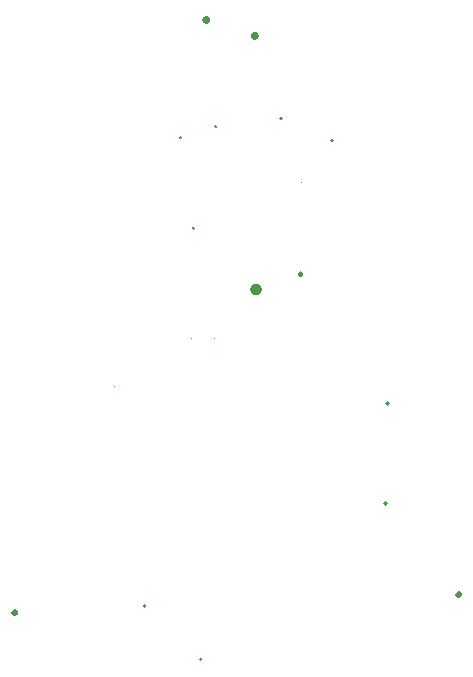
<source format=gbr>
%TF.GenerationSoftware,KiCad,Pcbnew,9.0.0*%
%TF.CreationDate,2025-03-19T22:59:48-05:00*%
%TF.ProjectId,opu_driver,6f70755f-6472-4697-9665-722e6b696361,rev?*%
%TF.SameCoordinates,Original*%
%TF.FileFunction,Other,Comment*%
%FSLAX46Y46*%
G04 Gerber Fmt 4.6, Leading zero omitted, Abs format (unit mm)*
G04 Created by KiCad (PCBNEW 9.0.0) date 2025-03-19 22:59:48*
%MOMM*%
%LPD*%
G01*
G04 APERTURE LIST*
%ADD10C,0.000250*%
%ADD11C,0.150000*%
%ADD12C,0.250000*%
%ADD13C,0.300000*%
%ADD14C,0.350000*%
%ADD15C,0.200000*%
%ADD16C,0.500000*%
%ADD17C,0.100000*%
G04 APERTURE END LIST*
D10*
X49445519Y-134571509D02*
X49445567Y-134571557D01*
X49445567Y-134571557D02*
X49445614Y-134571699D01*
X49445614Y-134571699D02*
X49445614Y-134571795D01*
X49445614Y-134571795D02*
X49445567Y-134571938D01*
X49445567Y-134571938D02*
X49445471Y-134572033D01*
X49445471Y-134572033D02*
X49445376Y-134572080D01*
X49445376Y-134572080D02*
X49445186Y-134572128D01*
X49445186Y-134572128D02*
X49445043Y-134572128D01*
X49445043Y-134572128D02*
X49444852Y-134572080D01*
X49444852Y-134572080D02*
X49444757Y-134572033D01*
X49444757Y-134572033D02*
X49444662Y-134571938D01*
X49444662Y-134571938D02*
X49444614Y-134571795D01*
X49444614Y-134571795D02*
X49444614Y-134571699D01*
X49444614Y-134571699D02*
X49444662Y-134571557D01*
X49444662Y-134571557D02*
X49444709Y-134571509D01*
X49445614Y-134571080D02*
X49444947Y-134571080D01*
X49444614Y-134571080D02*
X49444662Y-134571128D01*
X49444662Y-134571128D02*
X49444709Y-134571080D01*
X49444709Y-134571080D02*
X49444662Y-134571033D01*
X49444662Y-134571033D02*
X49444614Y-134571080D01*
X49444614Y-134571080D02*
X49444709Y-134571080D01*
X49445614Y-134570604D02*
X49444947Y-134570604D01*
X49445138Y-134570604D02*
X49445043Y-134570557D01*
X49445043Y-134570557D02*
X49444995Y-134570509D01*
X49444995Y-134570509D02*
X49444947Y-134570414D01*
X49444947Y-134570414D02*
X49444947Y-134570319D01*
X49445567Y-134569557D02*
X49445614Y-134569652D01*
X49445614Y-134569652D02*
X49445614Y-134569843D01*
X49445614Y-134569843D02*
X49445567Y-134569938D01*
X49445567Y-134569938D02*
X49445519Y-134569985D01*
X49445519Y-134569985D02*
X49445424Y-134570033D01*
X49445424Y-134570033D02*
X49445138Y-134570033D01*
X49445138Y-134570033D02*
X49445043Y-134569985D01*
X49445043Y-134569985D02*
X49444995Y-134569938D01*
X49444995Y-134569938D02*
X49444947Y-134569843D01*
X49444947Y-134569843D02*
X49444947Y-134569652D01*
X49444947Y-134569652D02*
X49444995Y-134569557D01*
X49445614Y-134568986D02*
X49445567Y-134569081D01*
X49445567Y-134569081D02*
X49445471Y-134569128D01*
X49445471Y-134569128D02*
X49444614Y-134569128D01*
X49445567Y-134568223D02*
X49445614Y-134568319D01*
X49445614Y-134568319D02*
X49445614Y-134568509D01*
X49445614Y-134568509D02*
X49445567Y-134568604D01*
X49445567Y-134568604D02*
X49445471Y-134568652D01*
X49445471Y-134568652D02*
X49445090Y-134568652D01*
X49445090Y-134568652D02*
X49444995Y-134568604D01*
X49444995Y-134568604D02*
X49444947Y-134568509D01*
X49444947Y-134568509D02*
X49444947Y-134568319D01*
X49444947Y-134568319D02*
X49444995Y-134568223D01*
X49444995Y-134568223D02*
X49445090Y-134568176D01*
X49445090Y-134568176D02*
X49445186Y-134568176D01*
X49445186Y-134568176D02*
X49445281Y-134568652D01*
X49445995Y-134566700D02*
X49445947Y-134566747D01*
X49445947Y-134566747D02*
X49445805Y-134566843D01*
X49445805Y-134566843D02*
X49445709Y-134566890D01*
X49445709Y-134566890D02*
X49445567Y-134566938D01*
X49445567Y-134566938D02*
X49445328Y-134566985D01*
X49445328Y-134566985D02*
X49445138Y-134566985D01*
X49445138Y-134566985D02*
X49444900Y-134566938D01*
X49444900Y-134566938D02*
X49444757Y-134566890D01*
X49444757Y-134566890D02*
X49444662Y-134566843D01*
X49444662Y-134566843D02*
X49444519Y-134566747D01*
X49444519Y-134566747D02*
X49444471Y-134566700D01*
X49445614Y-134566318D02*
X49444614Y-134566318D01*
X49444614Y-134566318D02*
X49444614Y-134566080D01*
X49444614Y-134566080D02*
X49444662Y-134565937D01*
X49444662Y-134565937D02*
X49444757Y-134565842D01*
X49444757Y-134565842D02*
X49444852Y-134565795D01*
X49444852Y-134565795D02*
X49445043Y-134565747D01*
X49445043Y-134565747D02*
X49445186Y-134565747D01*
X49445186Y-134565747D02*
X49445376Y-134565795D01*
X49445376Y-134565795D02*
X49445471Y-134565842D01*
X49445471Y-134565842D02*
X49445567Y-134565937D01*
X49445567Y-134565937D02*
X49445614Y-134566080D01*
X49445614Y-134566080D02*
X49445614Y-134566318D01*
X49445614Y-134565318D02*
X49444947Y-134565318D01*
X49444614Y-134565318D02*
X49444662Y-134565366D01*
X49444662Y-134565366D02*
X49444709Y-134565318D01*
X49444709Y-134565318D02*
X49444662Y-134565271D01*
X49444662Y-134565271D02*
X49444614Y-134565318D01*
X49444614Y-134565318D02*
X49444709Y-134565318D01*
X49445614Y-134564414D02*
X49445090Y-134564414D01*
X49445090Y-134564414D02*
X49444995Y-134564461D01*
X49444995Y-134564461D02*
X49444947Y-134564557D01*
X49444947Y-134564557D02*
X49444947Y-134564747D01*
X49444947Y-134564747D02*
X49444995Y-134564842D01*
X49445567Y-134564414D02*
X49445614Y-134564509D01*
X49445614Y-134564509D02*
X49445614Y-134564747D01*
X49445614Y-134564747D02*
X49445567Y-134564842D01*
X49445567Y-134564842D02*
X49445471Y-134564890D01*
X49445471Y-134564890D02*
X49445376Y-134564890D01*
X49445376Y-134564890D02*
X49445281Y-134564842D01*
X49445281Y-134564842D02*
X49445233Y-134564747D01*
X49445233Y-134564747D02*
X49445233Y-134564509D01*
X49445233Y-134564509D02*
X49445186Y-134564414D01*
X49444614Y-134562985D02*
X49444614Y-134562890D01*
X49444614Y-134562890D02*
X49444662Y-134562794D01*
X49444662Y-134562794D02*
X49444709Y-134562747D01*
X49444709Y-134562747D02*
X49444805Y-134562699D01*
X49444805Y-134562699D02*
X49444995Y-134562652D01*
X49444995Y-134562652D02*
X49445233Y-134562652D01*
X49445233Y-134562652D02*
X49445424Y-134562699D01*
X49445424Y-134562699D02*
X49445519Y-134562747D01*
X49445519Y-134562747D02*
X49445567Y-134562794D01*
X49445567Y-134562794D02*
X49445614Y-134562890D01*
X49445614Y-134562890D02*
X49445614Y-134562985D01*
X49445614Y-134562985D02*
X49445567Y-134563080D01*
X49445567Y-134563080D02*
X49445519Y-134563128D01*
X49445519Y-134563128D02*
X49445424Y-134563175D01*
X49445424Y-134563175D02*
X49445233Y-134563223D01*
X49445233Y-134563223D02*
X49444995Y-134563223D01*
X49444995Y-134563223D02*
X49444805Y-134563175D01*
X49444805Y-134563175D02*
X49444709Y-134563128D01*
X49444709Y-134563128D02*
X49444662Y-134563080D01*
X49444662Y-134563080D02*
X49444614Y-134562985D01*
X49445519Y-134562223D02*
X49445567Y-134562176D01*
X49445567Y-134562176D02*
X49445614Y-134562223D01*
X49445614Y-134562223D02*
X49445567Y-134562271D01*
X49445567Y-134562271D02*
X49445519Y-134562223D01*
X49445519Y-134562223D02*
X49445614Y-134562223D01*
X49444709Y-134561795D02*
X49444662Y-134561747D01*
X49444662Y-134561747D02*
X49444614Y-134561652D01*
X49444614Y-134561652D02*
X49444614Y-134561414D01*
X49444614Y-134561414D02*
X49444662Y-134561319D01*
X49444662Y-134561319D02*
X49444709Y-134561271D01*
X49444709Y-134561271D02*
X49444805Y-134561224D01*
X49444805Y-134561224D02*
X49444900Y-134561224D01*
X49444900Y-134561224D02*
X49445043Y-134561271D01*
X49445043Y-134561271D02*
X49445614Y-134561843D01*
X49445614Y-134561843D02*
X49445614Y-134561224D01*
X49444614Y-134560891D02*
X49444614Y-134560272D01*
X49444614Y-134560272D02*
X49444995Y-134560605D01*
X49444995Y-134560605D02*
X49444995Y-134560462D01*
X49444995Y-134560462D02*
X49445043Y-134560367D01*
X49445043Y-134560367D02*
X49445090Y-134560319D01*
X49445090Y-134560319D02*
X49445186Y-134560272D01*
X49445186Y-134560272D02*
X49445424Y-134560272D01*
X49445424Y-134560272D02*
X49445519Y-134560319D01*
X49445519Y-134560319D02*
X49445567Y-134560367D01*
X49445567Y-134560367D02*
X49445614Y-134560462D01*
X49445614Y-134560462D02*
X49445614Y-134560748D01*
X49445614Y-134560748D02*
X49445567Y-134560843D01*
X49445567Y-134560843D02*
X49445519Y-134560891D01*
X49445995Y-134559939D02*
X49445947Y-134559891D01*
X49445947Y-134559891D02*
X49445805Y-134559796D01*
X49445805Y-134559796D02*
X49445709Y-134559748D01*
X49445709Y-134559748D02*
X49445567Y-134559701D01*
X49445567Y-134559701D02*
X49445328Y-134559653D01*
X49445328Y-134559653D02*
X49445138Y-134559653D01*
X49445138Y-134559653D02*
X49444900Y-134559701D01*
X49444900Y-134559701D02*
X49444757Y-134559748D01*
X49444757Y-134559748D02*
X49444662Y-134559796D01*
X49444662Y-134559796D02*
X49444519Y-134559891D01*
X49444519Y-134559891D02*
X49444471Y-134559939D01*
X47445567Y-134573794D02*
X47445614Y-134573651D01*
X47445614Y-134573651D02*
X47445614Y-134573413D01*
X47445614Y-134573413D02*
X47445567Y-134573318D01*
X47445567Y-134573318D02*
X47445519Y-134573270D01*
X47445519Y-134573270D02*
X47445424Y-134573223D01*
X47445424Y-134573223D02*
X47445328Y-134573223D01*
X47445328Y-134573223D02*
X47445233Y-134573270D01*
X47445233Y-134573270D02*
X47445186Y-134573318D01*
X47445186Y-134573318D02*
X47445138Y-134573413D01*
X47445138Y-134573413D02*
X47445090Y-134573604D01*
X47445090Y-134573604D02*
X47445043Y-134573699D01*
X47445043Y-134573699D02*
X47444995Y-134573746D01*
X47444995Y-134573746D02*
X47444900Y-134573794D01*
X47444900Y-134573794D02*
X47444805Y-134573794D01*
X47444805Y-134573794D02*
X47444709Y-134573746D01*
X47444709Y-134573746D02*
X47444662Y-134573699D01*
X47444662Y-134573699D02*
X47444614Y-134573604D01*
X47444614Y-134573604D02*
X47444614Y-134573365D01*
X47444614Y-134573365D02*
X47444662Y-134573223D01*
X47444947Y-134572366D02*
X47445947Y-134572366D01*
X47445567Y-134572366D02*
X47445614Y-134572461D01*
X47445614Y-134572461D02*
X47445614Y-134572652D01*
X47445614Y-134572652D02*
X47445567Y-134572747D01*
X47445567Y-134572747D02*
X47445519Y-134572794D01*
X47445519Y-134572794D02*
X47445424Y-134572842D01*
X47445424Y-134572842D02*
X47445138Y-134572842D01*
X47445138Y-134572842D02*
X47445043Y-134572794D01*
X47445043Y-134572794D02*
X47444995Y-134572747D01*
X47444995Y-134572747D02*
X47444947Y-134572652D01*
X47444947Y-134572652D02*
X47444947Y-134572461D01*
X47444947Y-134572461D02*
X47444995Y-134572366D01*
X47444947Y-134571461D02*
X47445614Y-134571461D01*
X47444947Y-134571889D02*
X47445471Y-134571889D01*
X47445471Y-134571889D02*
X47445567Y-134571842D01*
X47445567Y-134571842D02*
X47445614Y-134571747D01*
X47445614Y-134571747D02*
X47445614Y-134571604D01*
X47445614Y-134571604D02*
X47445567Y-134571508D01*
X47445567Y-134571508D02*
X47445519Y-134571461D01*
X47445614Y-134570556D02*
X47445090Y-134570556D01*
X47445090Y-134570556D02*
X47444995Y-134570603D01*
X47444995Y-134570603D02*
X47444947Y-134570699D01*
X47444947Y-134570699D02*
X47444947Y-134570889D01*
X47444947Y-134570889D02*
X47444995Y-134570984D01*
X47445567Y-134570556D02*
X47445614Y-134570651D01*
X47445614Y-134570651D02*
X47445614Y-134570889D01*
X47445614Y-134570889D02*
X47445567Y-134570984D01*
X47445567Y-134570984D02*
X47445471Y-134571032D01*
X47445471Y-134571032D02*
X47445376Y-134571032D01*
X47445376Y-134571032D02*
X47445281Y-134570984D01*
X47445281Y-134570984D02*
X47445233Y-134570889D01*
X47445233Y-134570889D02*
X47445233Y-134570651D01*
X47445233Y-134570651D02*
X47445186Y-134570556D01*
X47445614Y-134570079D02*
X47444947Y-134570079D01*
X47445138Y-134570079D02*
X47445043Y-134570032D01*
X47445043Y-134570032D02*
X47444995Y-134569984D01*
X47444995Y-134569984D02*
X47444947Y-134569889D01*
X47444947Y-134569889D02*
X47444947Y-134569794D01*
X47445567Y-134569079D02*
X47445614Y-134569175D01*
X47445614Y-134569175D02*
X47445614Y-134569365D01*
X47445614Y-134569365D02*
X47445567Y-134569460D01*
X47445567Y-134569460D02*
X47445471Y-134569508D01*
X47445471Y-134569508D02*
X47445090Y-134569508D01*
X47445090Y-134569508D02*
X47444995Y-134569460D01*
X47444995Y-134569460D02*
X47444947Y-134569365D01*
X47444947Y-134569365D02*
X47444947Y-134569175D01*
X47444947Y-134569175D02*
X47444995Y-134569079D01*
X47444995Y-134569079D02*
X47445090Y-134569032D01*
X47445090Y-134569032D02*
X47445186Y-134569032D01*
X47445186Y-134569032D02*
X47445281Y-134569508D01*
X47445995Y-134567556D02*
X47445947Y-134567603D01*
X47445947Y-134567603D02*
X47445805Y-134567699D01*
X47445805Y-134567699D02*
X47445709Y-134567746D01*
X47445709Y-134567746D02*
X47445567Y-134567794D01*
X47445567Y-134567794D02*
X47445328Y-134567841D01*
X47445328Y-134567841D02*
X47445138Y-134567841D01*
X47445138Y-134567841D02*
X47444900Y-134567794D01*
X47444900Y-134567794D02*
X47444757Y-134567746D01*
X47444757Y-134567746D02*
X47444662Y-134567699D01*
X47444662Y-134567699D02*
X47444519Y-134567603D01*
X47444519Y-134567603D02*
X47444471Y-134567556D01*
X47444614Y-134566984D02*
X47444614Y-134566889D01*
X47444614Y-134566889D02*
X47444662Y-134566793D01*
X47444662Y-134566793D02*
X47444709Y-134566746D01*
X47444709Y-134566746D02*
X47444805Y-134566698D01*
X47444805Y-134566698D02*
X47444995Y-134566651D01*
X47444995Y-134566651D02*
X47445233Y-134566651D01*
X47445233Y-134566651D02*
X47445424Y-134566698D01*
X47445424Y-134566698D02*
X47445519Y-134566746D01*
X47445519Y-134566746D02*
X47445567Y-134566793D01*
X47445567Y-134566793D02*
X47445614Y-134566889D01*
X47445614Y-134566889D02*
X47445614Y-134566984D01*
X47445614Y-134566984D02*
X47445567Y-134567079D01*
X47445567Y-134567079D02*
X47445519Y-134567127D01*
X47445519Y-134567127D02*
X47445424Y-134567174D01*
X47445424Y-134567174D02*
X47445233Y-134567222D01*
X47445233Y-134567222D02*
X47444995Y-134567222D01*
X47444995Y-134567222D02*
X47444805Y-134567174D01*
X47444805Y-134567174D02*
X47444709Y-134567127D01*
X47444709Y-134567127D02*
X47444662Y-134567079D01*
X47444662Y-134567079D02*
X47444614Y-134566984D01*
X47445519Y-134566222D02*
X47445567Y-134566175D01*
X47445567Y-134566175D02*
X47445614Y-134566222D01*
X47445614Y-134566222D02*
X47445567Y-134566270D01*
X47445567Y-134566270D02*
X47445519Y-134566222D01*
X47445519Y-134566222D02*
X47445614Y-134566222D01*
X47445614Y-134565223D02*
X47445614Y-134565794D01*
X47445614Y-134565508D02*
X47444614Y-134565508D01*
X47444614Y-134565508D02*
X47444757Y-134565604D01*
X47444757Y-134565604D02*
X47444852Y-134565699D01*
X47444852Y-134565699D02*
X47444900Y-134565794D01*
X47444709Y-134564842D02*
X47444662Y-134564794D01*
X47444662Y-134564794D02*
X47444614Y-134564699D01*
X47444614Y-134564699D02*
X47444614Y-134564461D01*
X47444614Y-134564461D02*
X47444662Y-134564366D01*
X47444662Y-134564366D02*
X47444709Y-134564318D01*
X47444709Y-134564318D02*
X47444805Y-134564271D01*
X47444805Y-134564271D02*
X47444900Y-134564271D01*
X47444900Y-134564271D02*
X47445043Y-134564318D01*
X47445043Y-134564318D02*
X47445614Y-134564890D01*
X47445614Y-134564890D02*
X47445614Y-134564271D01*
X47445614Y-134563176D02*
X47444947Y-134562652D01*
X47444947Y-134563176D02*
X47445614Y-134562652D01*
X47444614Y-134561318D02*
X47444614Y-134561223D01*
X47444614Y-134561223D02*
X47444662Y-134561127D01*
X47444662Y-134561127D02*
X47444709Y-134561080D01*
X47444709Y-134561080D02*
X47444805Y-134561032D01*
X47444805Y-134561032D02*
X47444995Y-134560985D01*
X47444995Y-134560985D02*
X47445233Y-134560985D01*
X47445233Y-134560985D02*
X47445424Y-134561032D01*
X47445424Y-134561032D02*
X47445519Y-134561080D01*
X47445519Y-134561080D02*
X47445567Y-134561127D01*
X47445567Y-134561127D02*
X47445614Y-134561223D01*
X47445614Y-134561223D02*
X47445614Y-134561318D01*
X47445614Y-134561318D02*
X47445567Y-134561413D01*
X47445567Y-134561413D02*
X47445519Y-134561461D01*
X47445519Y-134561461D02*
X47445424Y-134561508D01*
X47445424Y-134561508D02*
X47445233Y-134561556D01*
X47445233Y-134561556D02*
X47444995Y-134561556D01*
X47444995Y-134561556D02*
X47444805Y-134561508D01*
X47444805Y-134561508D02*
X47444709Y-134561461D01*
X47444709Y-134561461D02*
X47444662Y-134561413D01*
X47444662Y-134561413D02*
X47444614Y-134561318D01*
X47445519Y-134560556D02*
X47445567Y-134560509D01*
X47445567Y-134560509D02*
X47445614Y-134560556D01*
X47445614Y-134560556D02*
X47445567Y-134560604D01*
X47445567Y-134560604D02*
X47445519Y-134560556D01*
X47445519Y-134560556D02*
X47445614Y-134560556D01*
X47444614Y-134560176D02*
X47444614Y-134559557D01*
X47444614Y-134559557D02*
X47444995Y-134559890D01*
X47444995Y-134559890D02*
X47444995Y-134559747D01*
X47444995Y-134559747D02*
X47445043Y-134559652D01*
X47445043Y-134559652D02*
X47445090Y-134559604D01*
X47445090Y-134559604D02*
X47445186Y-134559557D01*
X47445186Y-134559557D02*
X47445424Y-134559557D01*
X47445424Y-134559557D02*
X47445519Y-134559604D01*
X47445519Y-134559604D02*
X47445567Y-134559652D01*
X47445567Y-134559652D02*
X47445614Y-134559747D01*
X47445614Y-134559747D02*
X47445614Y-134560033D01*
X47445614Y-134560033D02*
X47445567Y-134560128D01*
X47445567Y-134560128D02*
X47445519Y-134560176D01*
X47444614Y-134559224D02*
X47444614Y-134558605D01*
X47444614Y-134558605D02*
X47444995Y-134558938D01*
X47444995Y-134558938D02*
X47444995Y-134558795D01*
X47444995Y-134558795D02*
X47445043Y-134558700D01*
X47445043Y-134558700D02*
X47445090Y-134558652D01*
X47445090Y-134558652D02*
X47445186Y-134558605D01*
X47445186Y-134558605D02*
X47445424Y-134558605D01*
X47445424Y-134558605D02*
X47445519Y-134558652D01*
X47445519Y-134558652D02*
X47445567Y-134558700D01*
X47445567Y-134558700D02*
X47445614Y-134558795D01*
X47445614Y-134558795D02*
X47445614Y-134559081D01*
X47445614Y-134559081D02*
X47445567Y-134559176D01*
X47445567Y-134559176D02*
X47445519Y-134559224D01*
X47445995Y-134558272D02*
X47445947Y-134558224D01*
X47445947Y-134558224D02*
X47445805Y-134558129D01*
X47445805Y-134558129D02*
X47445709Y-134558081D01*
X47445709Y-134558081D02*
X47445567Y-134558034D01*
X47445567Y-134558034D02*
X47445328Y-134557986D01*
X47445328Y-134557986D02*
X47445138Y-134557986D01*
X47445138Y-134557986D02*
X47444900Y-134558034D01*
X47444900Y-134558034D02*
X47444757Y-134558081D01*
X47444757Y-134558081D02*
X47444662Y-134558129D01*
X47444662Y-134558129D02*
X47444519Y-134558224D01*
X47444519Y-134558224D02*
X47444471Y-134558272D01*
D11*
%TO.C,U2*%
X47743565Y-125292767D02*
G75*
G02*
X47603565Y-125292767I-70000J0D01*
G01*
X47603565Y-125292767D02*
G75*
G02*
X47743565Y-125292767I70000J0D01*
G01*
%TO.C,D1*%
X55140965Y-115992867D02*
G75*
G02*
X55000965Y-115992867I-70000J0D01*
G01*
X55000965Y-115992867D02*
G75*
G02*
X55140965Y-115992867I70000J0D01*
G01*
D12*
%TO.C,X1*%
X56880877Y-129186938D02*
G75*
G02*
X56620877Y-129186938I-130000J0D01*
G01*
X56620877Y-129186938D02*
G75*
G02*
X56880877Y-129186938I130000J0D01*
G01*
D11*
%TO.C,D2*%
X46638565Y-117618267D02*
G75*
G02*
X46498565Y-117618267I-70000J0D01*
G01*
X46498565Y-117618267D02*
G75*
G02*
X46638565Y-117618267I70000J0D01*
G01*
D13*
%TO.C,U8*%
X70295165Y-156315867D02*
G75*
G02*
X69995165Y-156315867I-150000J0D01*
G01*
X69995165Y-156315867D02*
G75*
G02*
X70295165Y-156315867I150000J0D01*
G01*
D14*
%TO.C,USB1*%
X48949765Y-107658067D02*
G75*
G02*
X48589765Y-107658067I-180000J0D01*
G01*
X48589765Y-107658067D02*
G75*
G02*
X48949765Y-107658067I180000J0D01*
G01*
X53049765Y-109008067D02*
G75*
G02*
X52689765Y-109008067I-180000J0D01*
G01*
X52689765Y-109008067D02*
G75*
G02*
X53049765Y-109008067I180000J0D01*
G01*
D15*
%TO.C,U13*%
X59500000Y-117850000D02*
G75*
G02*
X59300000Y-117850000I-100000J0D01*
G01*
X59300000Y-117850000D02*
G75*
G02*
X59500000Y-117850000I100000J0D01*
G01*
%TO.C,U11*%
X64035164Y-148595866D02*
G75*
G02*
X63835166Y-148595866I-99999J0D01*
G01*
X63835166Y-148595866D02*
G75*
G02*
X64035164Y-148595866I99999J0D01*
G01*
%TO.C,U5*%
X43632411Y-157261547D02*
G75*
G02*
X43432411Y-157261547I-100000J0D01*
G01*
X43432411Y-157261547D02*
G75*
G02*
X43632411Y-157261547I100000J0D01*
G01*
D11*
%TO.C,U12*%
X48365165Y-161770867D02*
G75*
G02*
X48225165Y-161770867I-70000J0D01*
G01*
X48225165Y-161770867D02*
G75*
G02*
X48365165Y-161770867I70000J0D01*
G01*
D16*
%TO.C,U1*%
X53228365Y-130473034D02*
G75*
G02*
X52728365Y-130473034I-250000J0D01*
G01*
X52728365Y-130473034D02*
G75*
G02*
X53228365Y-130473034I250000J0D01*
G01*
D17*
%TO.C,U9*%
X41045165Y-138665867D02*
G75*
G02*
X40945165Y-138665867I-50000J0D01*
G01*
X40945165Y-138665867D02*
G75*
G02*
X41045165Y-138665867I50000J0D01*
G01*
D15*
%TO.C,U10*%
X64208625Y-140133666D02*
G75*
G02*
X64008627Y-140133666I-99999J0D01*
G01*
X64008627Y-140133666D02*
G75*
G02*
X64208625Y-140133666I99999J0D01*
G01*
D13*
%TO.C,U6*%
X32708231Y-157840884D02*
G75*
G02*
X32408231Y-157840884I-150000J0D01*
G01*
X32408231Y-157840884D02*
G75*
G02*
X32708231Y-157840884I150000J0D01*
G01*
D11*
%TO.C,D3*%
X49635765Y-116704067D02*
G75*
G02*
X49495765Y-116704067I-70000J0D01*
G01*
X49495765Y-116704067D02*
G75*
G02*
X49635765Y-116704067I70000J0D01*
G01*
D17*
%TO.C,U3*%
X56900000Y-121450000D02*
G75*
G02*
X56800000Y-121450000I-50000J0D01*
G01*
X56800000Y-121450000D02*
G75*
G02*
X56900000Y-121450000I50000J0D01*
G01*
%TD*%
M02*

</source>
